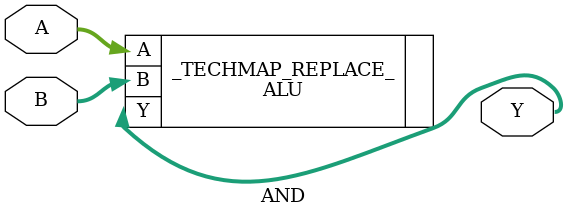
<source format=v>
module AND(input [7:0] A, B, output [7:0] Y);
	ALU #(.MODE("AND")) _TECHMAP_REPLACE_ (.A(A), .B(B), .Y(Y));
endmodule

</source>
